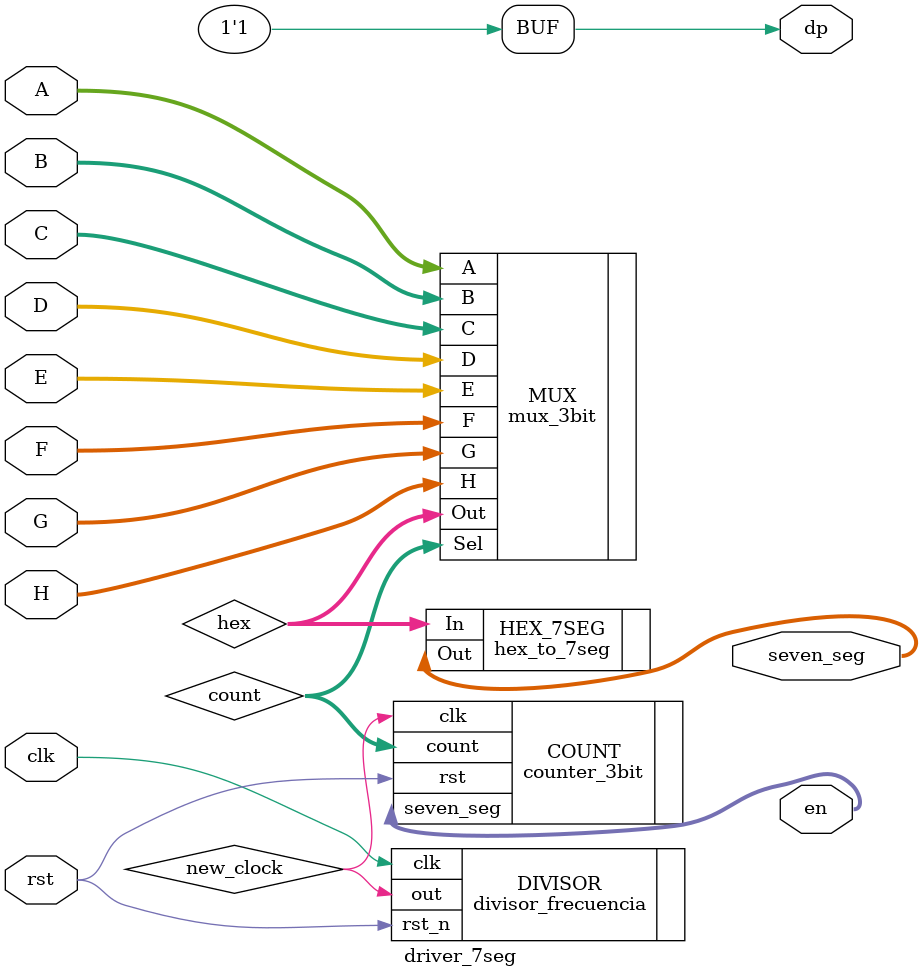
<source format=sv>
`timescale 1ns / 1ps


module driver_7seg(
    input logic [3:0] A,B,C,D,E,F,G,H,
    input logic clk,rst,
    output logic [6:0] seven_seg,
    output logic [7:0] en,
    output logic dp
    );
    logic [2:0] count;
    logic [3:0] hex;
    logic new_clock;
    counter_3bit COUNT(
        .clk(new_clock),
        .rst(rst),
        .count(count),
        .seven_seg(en)
    );
    mux_3bit MUX(
        .Sel(count),
        .Out(hex),
        .A(A),
        .B(B),
        .C(C),
        .D(D),
        .E(E),
        .F(F),
        .G(G),
        .H(H)
    );
    hex_to_7seg HEX_7SEG(
        .In(hex),
        .Out(seven_seg)
    );
    divisor_frecuencia DIVISOR(
        .clk(clk),
        .rst_n(rst),
        .out(new_clock)
    );
    assign dp = 1;
endmodule

</source>
